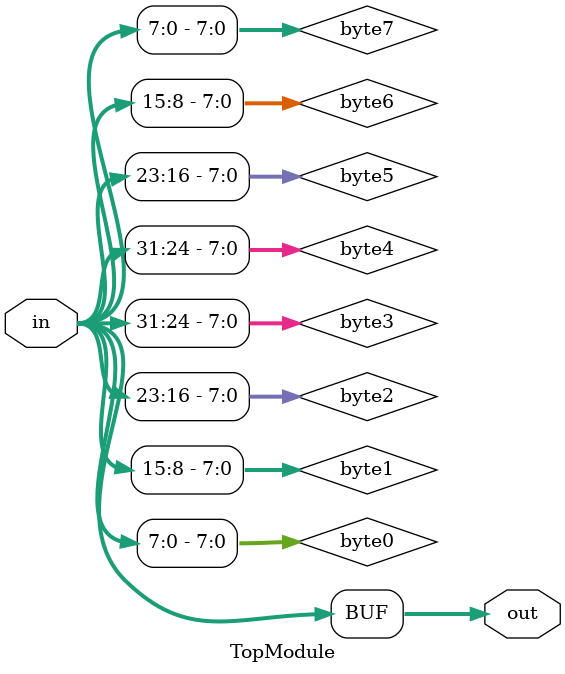
<source format=sv>

module TopModule (
  input [31:0] in,
  output [31:0] out
);

  // Intermediate signals to hold the reversed byte order
  wire [7:0] byte0, byte1, byte2, byte3;
  wire [7:0] byte4, byte5, byte6, byte7;
  wire [7:0] byte8, byte9, byte10, byte11;
  wire [7:0] byte12, byte13, byte14, byte15;
  wire [7:0] byte16, byte17, byte18, byte19;
  wire [7:0] byte20, byte21, byte22, byte23;
  wire [7:0] byte24, byte25, byte26, byte27;
  wire [7:0] byte28, byte29, byte30, byte31;

  assign byte0 = in[7:0];
  assign byte1 = in[15:8];
  assign byte2 = in[23:16];
  assign byte3 = in[31:24];

  assign byte4 = in[31:24];
  assign byte5 = in[23:16];
  assign byte6 = in[15:8];
  assign byte7 = in[7:0];

  assign out[7:0] = byte7;
  assign out[15:8] = byte6;
  assign out[23:16] = byte5;
  assign out[31:24] = byte4;

endmodule

// VERILOG-EVAL: abnormal backticks count
// VERILOG-EVAL: errant inclusion of module definition

</source>
